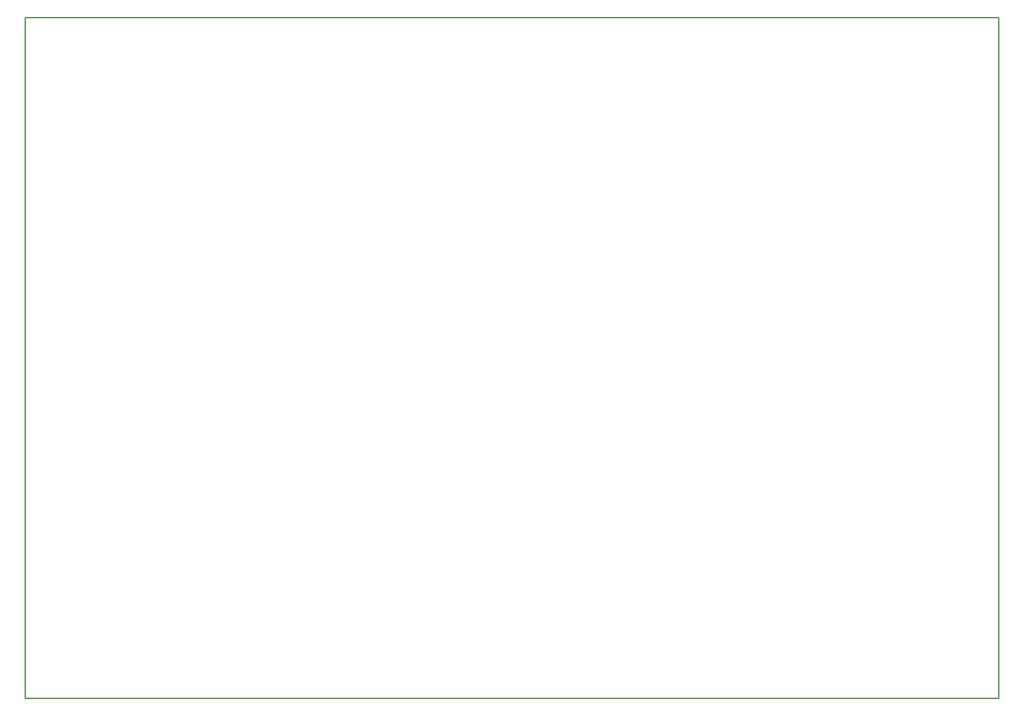
<source format=gm1>
G04 MADE WITH FRITZING*
G04 WWW.FRITZING.ORG*
G04 DOUBLE SIDED*
G04 HOLES PLATED*
G04 CONTOUR ON CENTER OF CONTOUR VECTOR*
%ASAXBY*%
%FSLAX23Y23*%
%MOIN*%
%OFA0B0*%
%SFA1.0B1.0*%
%ADD10R,5.155600X3.607400*%
%ADD11C,0.008000*%
%ADD10C,0.008*%
%LNCONTOUR*%
G90*
G70*
G54D10*
G54D11*
X4Y3603D02*
X5152Y3603D01*
X5152Y4D01*
X4Y4D01*
X4Y3603D01*
D02*
G04 End of contour*
M02*
</source>
